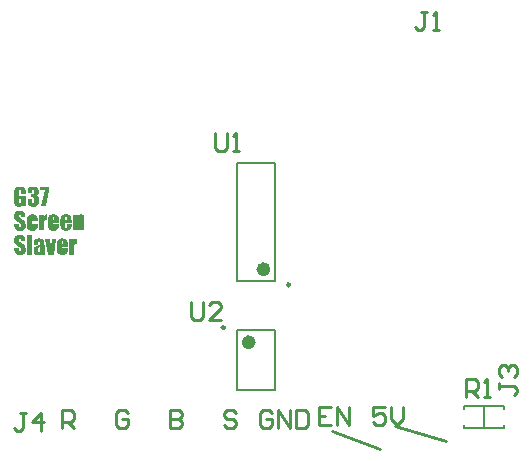
<source format=gto>
G04*
G04 #@! TF.GenerationSoftware,Altium Limited,Altium Designer,20.0.2 (26)*
G04*
G04 Layer_Color=65535*
%FSLAX25Y25*%
%MOIN*%
G70*
G01*
G75*
%ADD10C,0.00984*%
%ADD11C,0.02362*%
%ADD12C,0.01000*%
%ADD13C,0.00787*%
%ADD14C,0.00591*%
G36*
X154581Y314311D02*
X154655Y314301D01*
X154831Y314283D01*
X155025Y314246D01*
X155229Y314190D01*
X155432Y314116D01*
X155626Y314015D01*
X155636D01*
X155645Y314005D01*
X155710Y313959D01*
X155793Y313894D01*
X155895Y313811D01*
X155997Y313700D01*
X156107Y313580D01*
X156191Y313441D01*
X156265Y313293D01*
X156274Y313275D01*
X156283Y313247D01*
X156292Y313219D01*
X156302Y313173D01*
X156311Y313117D01*
X156330Y313062D01*
X156339Y312988D01*
X156357Y312905D01*
X156367Y312812D01*
X156394Y312609D01*
X156404Y312359D01*
X156413Y312081D01*
Y311804D01*
X154729D01*
Y312386D01*
Y312396D01*
Y312414D01*
Y312442D01*
Y312479D01*
Y312572D01*
X154720Y312683D01*
Y312803D01*
X154711Y312914D01*
X154692Y313016D01*
X154683Y313053D01*
X154674Y313080D01*
Y313089D01*
X154665Y313108D01*
X154628Y313154D01*
X154600Y313182D01*
X154563Y313210D01*
X154516Y313219D01*
X154452Y313228D01*
X154424D01*
X154368Y313210D01*
X154295Y313182D01*
X154267Y313145D01*
X154239Y313108D01*
Y313099D01*
X154230Y313080D01*
X154220Y313043D01*
X154211Y312988D01*
X154202Y312905D01*
X154193Y312793D01*
X154183Y312655D01*
Y312488D01*
Y309380D01*
Y309371D01*
Y309362D01*
Y309306D01*
Y309232D01*
X154193Y309140D01*
Y309047D01*
X154211Y308945D01*
X154220Y308862D01*
X154239Y308798D01*
Y308788D01*
X154248Y308779D01*
X154285Y308733D01*
X154359Y308686D01*
X154405Y308677D01*
X154461Y308668D01*
X154489D01*
X154516Y308677D01*
X154553Y308686D01*
X154600Y308705D01*
X154637Y308733D01*
X154674Y308770D01*
X154701Y308816D01*
Y308825D01*
X154711Y308844D01*
X154729Y308890D01*
X154738Y308955D01*
X154757Y309038D01*
X154766Y309140D01*
X154776Y309269D01*
Y309426D01*
Y310204D01*
X154443D01*
Y311184D01*
X156413D01*
Y307715D01*
X155349D01*
X155192Y308178D01*
X155183Y308169D01*
X155164Y308132D01*
X155127Y308076D01*
X155071Y308011D01*
X155007Y307937D01*
X154933Y307854D01*
X154850Y307789D01*
X154757Y307724D01*
X154748Y307715D01*
X154711Y307706D01*
X154655Y307678D01*
X154581Y307650D01*
X154489Y307623D01*
X154387Y307604D01*
X154267Y307586D01*
X154137Y307576D01*
X154063D01*
X153980Y307586D01*
X153878Y307604D01*
X153758Y307623D01*
X153619Y307660D01*
X153481Y307715D01*
X153342Y307780D01*
X153323Y307789D01*
X153277Y307817D01*
X153212Y307863D01*
X153129Y307919D01*
X153046Y307993D01*
X152944Y308085D01*
X152861Y308178D01*
X152778Y308289D01*
X152768Y308307D01*
X152750Y308344D01*
X152713Y308400D01*
X152676Y308483D01*
X152639Y308576D01*
X152602Y308686D01*
X152574Y308807D01*
X152546Y308927D01*
Y308945D01*
X152537Y308992D01*
X152528Y309066D01*
Y309177D01*
X152518Y309315D01*
X152509Y309491D01*
X152500Y309695D01*
Y309926D01*
Y311850D01*
Y311859D01*
Y311887D01*
Y311943D01*
Y311998D01*
Y312081D01*
X152509Y312164D01*
Y312368D01*
X152518Y312581D01*
X152537Y312803D01*
X152565Y313016D01*
X152574Y313108D01*
X152593Y313191D01*
Y313200D01*
X152602Y313210D01*
X152620Y313265D01*
X152648Y313349D01*
X152703Y313450D01*
X152778Y313570D01*
X152879Y313700D01*
X153009Y313839D01*
X153166Y313968D01*
X153175D01*
X153184Y313987D01*
X153212Y314005D01*
X153249Y314024D01*
X153305Y314052D01*
X153360Y314079D01*
X153425Y314107D01*
X153499Y314144D01*
X153675Y314209D01*
X153887Y314264D01*
X154128Y314301D01*
X154396Y314320D01*
X154516D01*
X154581Y314311D01*
D02*
G37*
G36*
X158920Y314301D02*
X159012D01*
X159123Y314283D01*
X159243Y314274D01*
X159363Y314255D01*
X159623Y314199D01*
X159881Y314116D01*
X160002Y314070D01*
X160113Y314005D01*
X160214Y313941D01*
X160298Y313857D01*
X160307Y313848D01*
X160316Y313839D01*
X160335Y313811D01*
X160363Y313774D01*
X160390Y313728D01*
X160427Y313672D01*
X160464Y313608D01*
X160511Y313533D01*
X160547Y313441D01*
X160584Y313349D01*
X160649Y313136D01*
X160696Y312886D01*
X160714Y312747D01*
Y312599D01*
Y312590D01*
Y312572D01*
Y312553D01*
Y312516D01*
X160705Y312414D01*
X160696Y312303D01*
X160677Y312174D01*
X160649Y312044D01*
X160612Y311924D01*
X160557Y311822D01*
X160547Y311813D01*
X160529Y311785D01*
X160492Y311739D01*
X160436Y311674D01*
X160363Y311610D01*
X160279Y311536D01*
X160168Y311452D01*
X160039Y311378D01*
X160057Y311369D01*
X160103Y311360D01*
X160168Y311323D01*
X160242Y311286D01*
X160335Y311230D01*
X160427Y311156D01*
X160511Y311073D01*
X160584Y310971D01*
X160594Y310962D01*
X160603Y310944D01*
X160612Y310916D01*
X160631Y310879D01*
X160640Y310833D01*
X160659Y310768D01*
X160677Y310703D01*
X160696Y310620D01*
X160714Y310527D01*
X160723Y310416D01*
X160742Y310296D01*
X160751Y310157D01*
X160760Y310009D01*
X160769Y309834D01*
Y309648D01*
Y309639D01*
Y309612D01*
Y309575D01*
Y309519D01*
X160760Y309454D01*
Y309380D01*
X160751Y309214D01*
X160723Y309019D01*
X160696Y308825D01*
X160649Y308631D01*
X160594Y308455D01*
X160584Y308437D01*
X160557Y308381D01*
X160520Y308307D01*
X160455Y308215D01*
X160372Y308113D01*
X160261Y308002D01*
X160131Y307900D01*
X159983Y307808D01*
X159974D01*
X159965Y307799D01*
X159937Y307789D01*
X159909Y307771D01*
X159808Y307734D01*
X159687Y307697D01*
X159521Y307660D01*
X159336Y307623D01*
X159123Y307595D01*
X158882Y307586D01*
X158753D01*
X158688Y307595D01*
X158614D01*
X158448Y307613D01*
X158254Y307650D01*
X158050Y307687D01*
X157846Y307752D01*
X157671Y307836D01*
X157661D01*
X157652Y307845D01*
X157597Y307882D01*
X157523Y307937D01*
X157439Y308011D01*
X157338Y308104D01*
X157245Y308215D01*
X157162Y308335D01*
X157097Y308465D01*
Y308474D01*
X157088Y308483D01*
Y308502D01*
X157079Y308539D01*
X157070Y308585D01*
X157060Y308631D01*
X157042Y308696D01*
X157033Y308770D01*
X157023Y308853D01*
X157005Y308945D01*
X156995Y309056D01*
X156986Y309177D01*
X156977Y309306D01*
Y309445D01*
X156968Y309602D01*
Y309769D01*
Y310287D01*
X158577D01*
Y309232D01*
Y309214D01*
Y309168D01*
Y309093D01*
X158587Y309010D01*
Y308918D01*
X158596Y308825D01*
X158605Y308751D01*
X158624Y308696D01*
X158633Y308677D01*
X158670Y308640D01*
X158697Y308622D01*
X158735Y308603D01*
X158790Y308594D01*
X158845Y308585D01*
X158873D01*
X158910Y308594D01*
X158947Y308603D01*
X158984Y308622D01*
X159021Y308640D01*
X159058Y308677D01*
X159086Y308723D01*
Y308733D01*
X159095Y308760D01*
X159105Y308807D01*
X159123Y308872D01*
X159132Y308973D01*
X159142Y309103D01*
Y309177D01*
X159151Y309269D01*
Y309362D01*
Y309473D01*
Y309926D01*
Y309945D01*
Y309991D01*
Y310055D01*
X159142Y310129D01*
X159114Y310305D01*
X159086Y310388D01*
X159058Y310462D01*
Y310472D01*
X159040Y310490D01*
X159021Y310518D01*
X158993Y310555D01*
X158920Y310638D01*
X158864Y310666D01*
X158809Y310694D01*
X158799D01*
X158781Y310703D01*
X158735Y310712D01*
X158670Y310721D01*
X158587Y310731D01*
X158485Y310749D01*
X158346D01*
X158189Y310758D01*
Y311702D01*
X158374D01*
X158494Y311711D01*
X158614D01*
X158725Y311720D01*
X158827Y311730D01*
X158864D01*
X158892Y311739D01*
X158901D01*
X158910Y311748D01*
X158966Y311785D01*
X159040Y311841D01*
X159067Y311887D01*
X159095Y311933D01*
Y311943D01*
X159105Y311961D01*
X159114Y311998D01*
X159132Y312044D01*
X159142Y312109D01*
X159151Y312192D01*
X159160Y312285D01*
Y312396D01*
Y312756D01*
Y312775D01*
Y312812D01*
Y312867D01*
X159151Y312942D01*
X159132Y313080D01*
X159114Y313154D01*
X159086Y313200D01*
Y313210D01*
X159077Y313219D01*
X159030Y313256D01*
X158966Y313293D01*
X158920Y313312D01*
X158836D01*
X158809Y313302D01*
X158772Y313293D01*
X158697Y313265D01*
X158660Y313228D01*
X158633Y313191D01*
Y313182D01*
X158624Y313173D01*
X158614Y313136D01*
X158605Y313089D01*
X158596Y313025D01*
X158587Y312942D01*
X158577Y312840D01*
Y312710D01*
Y312183D01*
X156968D01*
Y312729D01*
Y312738D01*
Y312766D01*
Y312812D01*
X156977Y312877D01*
Y312951D01*
X156986Y313043D01*
X157023Y313228D01*
X157070Y313441D01*
X157143Y313645D01*
X157190Y313746D01*
X157245Y313829D01*
X157310Y313913D01*
X157384Y313978D01*
X157393D01*
X157403Y313996D01*
X157430Y314005D01*
X157467Y314033D01*
X157513Y314052D01*
X157569Y314079D01*
X157634Y314116D01*
X157717Y314144D01*
X157800Y314172D01*
X157902Y314209D01*
X158013Y314236D01*
X158133Y314255D01*
X158263Y314283D01*
X158411Y314292D01*
X158568Y314311D01*
X158845D01*
X158920Y314301D01*
D02*
G37*
G36*
X164201Y312775D02*
X163165Y307715D01*
X161556D01*
X162712Y313025D01*
X161112D01*
Y314190D01*
X164201D01*
Y312775D01*
D02*
G37*
G36*
X174941Y305070D02*
X175033Y305051D01*
X175144Y305033D01*
X175255Y304996D01*
X175366Y304940D01*
X175468Y304875D01*
X175477Y304866D01*
X175514Y304838D01*
X175560Y304802D01*
X175616Y304746D01*
X175671Y304672D01*
X175727Y304589D01*
X175773Y304487D01*
X175810Y304385D01*
Y304376D01*
X175819Y304330D01*
X175838Y304256D01*
X175856Y304154D01*
X175865Y304015D01*
X175884Y303839D01*
X175893Y303636D01*
Y303525D01*
Y303396D01*
Y299677D01*
X174275D01*
Y303340D01*
Y303349D01*
Y303368D01*
Y303396D01*
Y303432D01*
Y303525D01*
Y303636D01*
X174265Y303747D01*
X174256Y303858D01*
X174247Y303951D01*
Y303988D01*
X174238Y304015D01*
Y304025D01*
X174228Y304034D01*
X174200Y304080D01*
X174173Y304099D01*
X174136Y304117D01*
X174090Y304126D01*
X174034Y304135D01*
X174006D01*
X173942Y304117D01*
X173914Y304099D01*
X173877Y304080D01*
X173840Y304043D01*
X173821Y303997D01*
Y303988D01*
X173812Y303969D01*
Y303923D01*
X173803Y303849D01*
X173793Y303756D01*
Y303627D01*
X173784Y303553D01*
Y303460D01*
Y303368D01*
Y303257D01*
Y299677D01*
X172166D01*
Y304977D01*
X173812D01*
X173784Y304478D01*
X173793Y304487D01*
X173812Y304524D01*
X173849Y304579D01*
X173905Y304644D01*
X173969Y304718D01*
X174034Y304792D01*
X174117Y304857D01*
X174210Y304922D01*
X174219Y304931D01*
X174256Y304949D01*
X174302Y304968D01*
X174376Y305005D01*
X174460Y305033D01*
X174561Y305051D01*
X174672Y305070D01*
X174793Y305079D01*
X174866D01*
X174941Y305070D01*
D02*
G37*
G36*
X163443Y303210D02*
X163369D01*
X163295Y303201D01*
X163193Y303192D01*
X163091Y303183D01*
X162980Y303164D01*
X162879Y303127D01*
X162786Y303090D01*
X162777Y303081D01*
X162758Y303072D01*
X162721Y303044D01*
X162675Y303007D01*
X162638Y302952D01*
X162592Y302896D01*
X162564Y302831D01*
X162536Y302748D01*
Y302739D01*
X162527Y302702D01*
X162518Y302637D01*
Y302544D01*
X162508Y302489D01*
Y302415D01*
X162499Y302332D01*
Y302249D01*
X162490Y302147D01*
Y302027D01*
Y301906D01*
Y301767D01*
Y299677D01*
X160871D01*
Y304977D01*
X162481D01*
X162426Y304285D01*
X162425Y304283D01*
Y304274D01*
X162426Y304285D01*
X162444Y304311D01*
X162462Y304348D01*
X162490Y304395D01*
X162573Y304515D01*
X162684Y304663D01*
X162823Y304802D01*
X162999Y304931D01*
X163101Y304987D01*
X163202Y305033D01*
X163322Y305061D01*
X163443Y305079D01*
Y303210D01*
D02*
G37*
G36*
X154489Y306272D02*
X154553D01*
X154701Y306254D01*
X154877Y306226D01*
X155062Y306189D01*
X155256Y306143D01*
X155432Y306069D01*
X155441D01*
X155451Y306060D01*
X155506Y306032D01*
X155589Y305985D01*
X155682Y305921D01*
X155784Y305847D01*
X155886Y305754D01*
X155978Y305652D01*
X156043Y305532D01*
X156052Y305514D01*
X156070Y305468D01*
X156089Y305394D01*
X156126Y305273D01*
X156135Y305199D01*
X156154Y305125D01*
X156163Y305033D01*
X156172Y304931D01*
X156182Y304820D01*
X156191Y304700D01*
X156200Y304570D01*
Y304432D01*
Y304182D01*
X154637D01*
Y304663D01*
Y304681D01*
Y304718D01*
Y304774D01*
X154628Y304838D01*
X154609Y304987D01*
X154590Y305042D01*
X154572Y305088D01*
Y305098D01*
X154563Y305107D01*
X154526Y305144D01*
X154470Y305171D01*
X154424Y305190D01*
X154350D01*
X154295Y305171D01*
X154211Y305135D01*
X154174Y305107D01*
X154147Y305061D01*
Y305051D01*
X154137Y305042D01*
X154128Y305005D01*
X154110Y304968D01*
X154100Y304912D01*
X154082Y304848D01*
X154072Y304774D01*
Y304681D01*
Y304663D01*
Y304626D01*
X154082Y304570D01*
Y304496D01*
X154110Y304339D01*
X154128Y304256D01*
X154156Y304191D01*
X154165Y304182D01*
X154174Y304163D01*
X154202Y304126D01*
X154248Y304080D01*
X154304Y304025D01*
X154387Y303960D01*
X154498Y303886D01*
X154628Y303802D01*
X154637Y303793D01*
X154674Y303775D01*
X154729Y303738D01*
X154813Y303692D01*
X154896Y303636D01*
X154998Y303571D01*
X155229Y303414D01*
X155469Y303238D01*
X155701Y303053D01*
X155802Y302961D01*
X155904Y302877D01*
X155978Y302785D01*
X156043Y302702D01*
Y302693D01*
X156052Y302683D01*
X156070Y302656D01*
X156089Y302619D01*
X156107Y302572D01*
X156135Y302517D01*
X156163Y302452D01*
X156191Y302369D01*
X156219Y302276D01*
X156246Y302174D01*
X156274Y302063D01*
X156292Y301943D01*
X156311Y301804D01*
X156330Y301657D01*
X156339Y301499D01*
Y301324D01*
Y301314D01*
Y301296D01*
Y301259D01*
Y301213D01*
X156330Y301157D01*
Y301083D01*
X156320Y300935D01*
X156302Y300768D01*
X156265Y300602D01*
X156228Y300445D01*
X156172Y300306D01*
X156163Y300288D01*
X156144Y300251D01*
X156098Y300195D01*
X156034Y300121D01*
X155950Y300028D01*
X155839Y299936D01*
X155710Y299844D01*
X155543Y299760D01*
X155534D01*
X155525Y299751D01*
X155497Y299742D01*
X155460Y299723D01*
X155368Y299686D01*
X155238Y299649D01*
X155081Y299612D01*
X154896Y299575D01*
X154692Y299548D01*
X154470Y299538D01*
X154359D01*
X154304Y299548D01*
X154230D01*
X154072Y299566D01*
X153887Y299603D01*
X153702Y299640D01*
X153499Y299705D01*
X153314Y299788D01*
X153305D01*
X153296Y299797D01*
X153240Y299834D01*
X153157Y299890D01*
X153055Y299964D01*
X152953Y300065D01*
X152842Y300177D01*
X152759Y300306D01*
X152685Y300445D01*
Y300454D01*
X152676Y300463D01*
X152666Y300519D01*
X152639Y300611D01*
X152620Y300731D01*
X152593Y300898D01*
X152565Y301092D01*
X152556Y301314D01*
X152546Y301573D01*
Y301999D01*
X154110D01*
Y301203D01*
Y301185D01*
Y301148D01*
Y301083D01*
X154119Y301009D01*
X154128Y300926D01*
X154137Y300852D01*
X154156Y300778D01*
X154174Y300731D01*
X154183Y300713D01*
X154230Y300685D01*
X154304Y300648D01*
X154350Y300639D01*
X154405Y300630D01*
X154433D01*
X154461Y300639D01*
X154498Y300648D01*
X154581Y300685D01*
X154618Y300713D01*
X154655Y300759D01*
Y300768D01*
X154665Y300787D01*
X154683Y300815D01*
X154701Y300861D01*
X154711Y300907D01*
X154729Y300981D01*
X154738Y301055D01*
Y301148D01*
Y301157D01*
Y301175D01*
Y301203D01*
Y301240D01*
X154729Y301342D01*
X154720Y301453D01*
X154701Y301583D01*
X154674Y301703D01*
X154637Y301814D01*
X154609Y301860D01*
X154581Y301897D01*
X154572Y301906D01*
X154544Y301934D01*
X154498Y301980D01*
X154424Y302045D01*
X154322Y302119D01*
X154183Y302221D01*
X154100Y302286D01*
X154008Y302350D01*
X153906Y302415D01*
X153795Y302489D01*
X153786Y302498D01*
X153767Y302507D01*
X153740Y302526D01*
X153693Y302554D01*
X153582Y302628D01*
X153453Y302720D01*
X153314Y302822D01*
X153175Y302915D01*
X153055Y303007D01*
X153009Y303053D01*
X152963Y303090D01*
X152953Y303099D01*
X152926Y303127D01*
X152889Y303164D01*
X152842Y303229D01*
X152796Y303294D01*
X152741Y303386D01*
X152685Y303488D01*
X152629Y303608D01*
X152620Y303627D01*
X152611Y303673D01*
X152593Y303738D01*
X152565Y303839D01*
X152537Y303960D01*
X152518Y304108D01*
X152509Y304274D01*
X152500Y304459D01*
Y304468D01*
Y304496D01*
Y304533D01*
Y304579D01*
X152509Y304644D01*
Y304709D01*
X152528Y304875D01*
X152546Y305051D01*
X152574Y305227D01*
X152620Y305394D01*
X152657Y305477D01*
X152685Y305541D01*
X152694Y305560D01*
X152722Y305597D01*
X152768Y305662D01*
X152833Y305745D01*
X152916Y305828D01*
X153027Y305921D01*
X153147Y306004D01*
X153296Y306087D01*
X153305D01*
X153314Y306097D01*
X153369Y306115D01*
X153462Y306152D01*
X153582Y306189D01*
X153730Y306217D01*
X153906Y306254D01*
X154110Y306272D01*
X154322Y306281D01*
X154433D01*
X154489Y306272D01*
D02*
G37*
G36*
X158716Y305070D02*
X158781D01*
X158938Y305042D01*
X159105Y305014D01*
X159290Y304968D01*
X159465Y304903D01*
X159641Y304811D01*
X159650D01*
X159660Y304802D01*
X159715Y304765D01*
X159789Y304700D01*
X159891Y304626D01*
X159983Y304524D01*
X160085Y304413D01*
X160178Y304274D01*
X160242Y304126D01*
X160251Y304108D01*
X160261Y304080D01*
X160270Y304052D01*
X160289Y303960D01*
X160316Y303830D01*
X160344Y303664D01*
X160372Y303469D01*
X160381Y303238D01*
X160390Y302979D01*
X158864D01*
Y303580D01*
Y303599D01*
Y303636D01*
Y303692D01*
X158855Y303756D01*
X158845Y303904D01*
X158827Y303969D01*
X158809Y304015D01*
Y304025D01*
X158799Y304034D01*
X158762Y304080D01*
X158707Y304117D01*
X158670Y304126D01*
X158624Y304135D01*
X158605D01*
X158549Y304126D01*
X158485Y304089D01*
X158457Y304071D01*
X158439Y304034D01*
Y304025D01*
X158429Y304015D01*
X158420Y303988D01*
Y303941D01*
X158411Y303876D01*
X158402Y303802D01*
X158392Y303701D01*
Y303580D01*
Y301092D01*
Y301083D01*
Y301046D01*
Y300991D01*
X158402Y300935D01*
X158420Y300796D01*
X158439Y300722D01*
X158457Y300667D01*
Y300658D01*
X158475Y300648D01*
X158512Y300602D01*
X158577Y300547D01*
X158624Y300537D01*
X158670Y300528D01*
X158697D01*
X158753Y300547D01*
X158790Y300565D01*
X158827Y300584D01*
X158855Y300621D01*
X158882Y300667D01*
Y300676D01*
X158892Y300694D01*
X158901Y300731D01*
X158920Y300796D01*
X158929Y300870D01*
X158938Y300972D01*
X158947Y301083D01*
Y301231D01*
Y301860D01*
X160390D01*
Y301851D01*
Y301832D01*
Y301795D01*
Y301758D01*
Y301703D01*
X160381Y301638D01*
Y301499D01*
X160372Y301342D01*
X160363Y301185D01*
X160353Y301037D01*
X160335Y300898D01*
Y300889D01*
X160326Y300842D01*
X160307Y300778D01*
X160289Y300704D01*
X160251Y300602D01*
X160205Y300491D01*
X160141Y300371D01*
X160066Y300251D01*
X160057Y300232D01*
X160029Y300195D01*
X159974Y300139D01*
X159909Y300065D01*
X159826Y299982D01*
X159724Y299899D01*
X159613Y299825D01*
X159484Y299751D01*
X159465Y299742D01*
X159419Y299723D01*
X159345Y299695D01*
X159234Y299668D01*
X159105Y299640D01*
X158957Y299612D01*
X158781Y299594D01*
X158587Y299585D01*
X158475D01*
X158420Y299594D01*
X158346D01*
X158198Y299612D01*
X158022Y299640D01*
X157837Y299686D01*
X157661Y299742D01*
X157495Y299816D01*
X157476Y299825D01*
X157430Y299862D01*
X157356Y299908D01*
X157273Y299982D01*
X157181Y300075D01*
X157088Y300186D01*
X157005Y300315D01*
X156931Y300463D01*
Y300472D01*
X156922Y300482D01*
X156912Y300510D01*
X156903Y300547D01*
X156894Y300584D01*
X156885Y300639D01*
X156866Y300704D01*
X156857Y300778D01*
X156820Y300944D01*
X156801Y301148D01*
X156783Y301388D01*
X156773Y301666D01*
Y303173D01*
Y303183D01*
Y303201D01*
Y303238D01*
Y303285D01*
Y303340D01*
X156783Y303405D01*
X156792Y303553D01*
X156801Y303719D01*
X156829Y303886D01*
X156857Y304052D01*
X156903Y304191D01*
X156912Y304209D01*
X156931Y304246D01*
X156968Y304311D01*
X157033Y304395D01*
X157106Y304487D01*
X157208Y304589D01*
X157338Y304700D01*
X157486Y304802D01*
X157495D01*
X157504Y304811D01*
X157532Y304829D01*
X157569Y304848D01*
X157661Y304894D01*
X157791Y304940D01*
X157939Y304996D01*
X158124Y305033D01*
X158337Y305070D01*
X158559Y305079D01*
X158670D01*
X158716Y305070D01*
D02*
G37*
G36*
X169890D02*
X169955D01*
X170112Y305051D01*
X170288Y305014D01*
X170473Y304968D01*
X170658Y304903D01*
X170834Y304820D01*
X170843D01*
X170852Y304811D01*
X170907Y304774D01*
X170982Y304718D01*
X171074Y304635D01*
X171176Y304542D01*
X171287Y304422D01*
X171379Y304283D01*
X171453Y304135D01*
Y304126D01*
X171463Y304117D01*
X171472Y304089D01*
X171481Y304062D01*
X171500Y304015D01*
X171509Y303960D01*
X171546Y303830D01*
X171583Y303655D01*
X171610Y303451D01*
X171629Y303210D01*
X171638Y302942D01*
Y302239D01*
X169557D01*
Y301092D01*
Y301074D01*
Y301037D01*
Y300972D01*
X169566Y300898D01*
Y300824D01*
X169576Y300741D01*
X169585Y300676D01*
X169603Y300630D01*
X169613Y300611D01*
X169650Y300584D01*
X169705Y300547D01*
X169751Y300537D01*
X169798Y300528D01*
X169825D01*
X169853Y300537D01*
X169890Y300547D01*
X169973Y300584D01*
X170010Y300611D01*
X170038Y300658D01*
Y300667D01*
X170047Y300685D01*
X170056Y300722D01*
X170075Y300778D01*
X170084Y300852D01*
X170094Y300944D01*
X170103Y301055D01*
Y301194D01*
Y301897D01*
X171638D01*
Y301499D01*
Y301490D01*
Y301481D01*
Y301453D01*
Y301416D01*
Y301333D01*
X171629Y301222D01*
X171620Y301101D01*
X171610Y300972D01*
X171592Y300852D01*
X171573Y300741D01*
Y300731D01*
X171564Y300694D01*
X171537Y300639D01*
X171509Y300574D01*
X171472Y300491D01*
X171425Y300389D01*
X171361Y300288D01*
X171277Y300177D01*
X171268Y300167D01*
X171240Y300130D01*
X171185Y300075D01*
X171120Y300010D01*
X171037Y299936D01*
X170944Y299862D01*
X170834Y299797D01*
X170704Y299732D01*
X170686Y299723D01*
X170639Y299714D01*
X170565Y299686D01*
X170464Y299658D01*
X170334Y299631D01*
X170186Y299612D01*
X170010Y299594D01*
X169825Y299585D01*
X169742D01*
X169640Y299594D01*
X169520Y299603D01*
X169381Y299622D01*
X169233Y299640D01*
X169076Y299677D01*
X168928Y299723D01*
X168910Y299732D01*
X168863Y299751D01*
X168789Y299788D01*
X168706Y299834D01*
X168604Y299890D01*
X168502Y299955D01*
X168410Y300038D01*
X168317Y300130D01*
X168308Y300139D01*
X168280Y300177D01*
X168244Y300232D01*
X168197Y300297D01*
X168151Y300380D01*
X168105Y300482D01*
X168059Y300584D01*
X168022Y300694D01*
Y300713D01*
X168012Y300750D01*
X167994Y300824D01*
X167984Y300926D01*
X167966Y301055D01*
X167947Y301213D01*
X167938Y301388D01*
Y301601D01*
Y303146D01*
Y303155D01*
Y303173D01*
Y303210D01*
Y303257D01*
X167947Y303322D01*
Y303386D01*
X167966Y303543D01*
X167984Y303719D01*
X168012Y303895D01*
X168059Y304080D01*
X168123Y304237D01*
Y304246D01*
X168132Y304256D01*
X168160Y304302D01*
X168207Y304376D01*
X168271Y304468D01*
X168354Y304570D01*
X168456Y304672D01*
X168586Y304774D01*
X168734Y304857D01*
X168743D01*
X168752Y304866D01*
X168808Y304894D01*
X168900Y304931D01*
X169020Y304968D01*
X169159Y305005D01*
X169326Y305042D01*
X169511Y305070D01*
X169714Y305079D01*
X169825D01*
X169890Y305070D01*
D02*
G37*
G36*
X165709D02*
X165774D01*
X165931Y305051D01*
X166107Y305014D01*
X166292Y304968D01*
X166477Y304903D01*
X166653Y304820D01*
X166662D01*
X166671Y304811D01*
X166727Y304774D01*
X166800Y304718D01*
X166893Y304635D01*
X166995Y304542D01*
X167106Y304422D01*
X167198Y304283D01*
X167272Y304135D01*
Y304126D01*
X167281Y304117D01*
X167291Y304089D01*
X167300Y304062D01*
X167318Y304015D01*
X167328Y303960D01*
X167365Y303830D01*
X167402Y303655D01*
X167429Y303451D01*
X167448Y303210D01*
X167457Y302942D01*
Y302239D01*
X165376D01*
Y301092D01*
Y301074D01*
Y301037D01*
Y300972D01*
X165385Y300898D01*
Y300824D01*
X165394Y300741D01*
X165404Y300676D01*
X165422Y300630D01*
X165431Y300611D01*
X165469Y300584D01*
X165524Y300547D01*
X165570Y300537D01*
X165617Y300528D01*
X165644D01*
X165672Y300537D01*
X165709Y300547D01*
X165792Y300584D01*
X165829Y300611D01*
X165857Y300658D01*
Y300667D01*
X165866Y300685D01*
X165875Y300722D01*
X165894Y300778D01*
X165903Y300852D01*
X165912Y300944D01*
X165922Y301055D01*
Y301194D01*
Y301897D01*
X167457D01*
Y301499D01*
Y301490D01*
Y301481D01*
Y301453D01*
Y301416D01*
Y301333D01*
X167448Y301222D01*
X167439Y301101D01*
X167429Y300972D01*
X167411Y300852D01*
X167393Y300741D01*
Y300731D01*
X167383Y300694D01*
X167356Y300639D01*
X167328Y300574D01*
X167291Y300491D01*
X167245Y300389D01*
X167180Y300288D01*
X167096Y300177D01*
X167087Y300167D01*
X167060Y300130D01*
X167004Y300075D01*
X166939Y300010D01*
X166856Y299936D01*
X166763Y299862D01*
X166653Y299797D01*
X166523Y299732D01*
X166505Y299723D01*
X166458Y299714D01*
X166384Y299686D01*
X166282Y299658D01*
X166153Y299631D01*
X166005Y299612D01*
X165829Y299594D01*
X165644Y299585D01*
X165561D01*
X165459Y299594D01*
X165339Y299603D01*
X165200Y299622D01*
X165052Y299640D01*
X164895Y299677D01*
X164747Y299723D01*
X164728Y299732D01*
X164682Y299751D01*
X164608Y299788D01*
X164525Y299834D01*
X164423Y299890D01*
X164321Y299955D01*
X164229Y300038D01*
X164137Y300130D01*
X164127Y300139D01*
X164100Y300177D01*
X164062Y300232D01*
X164016Y300297D01*
X163970Y300380D01*
X163924Y300482D01*
X163877Y300584D01*
X163840Y300694D01*
Y300713D01*
X163831Y300750D01*
X163813Y300824D01*
X163804Y300926D01*
X163785Y301055D01*
X163767Y301213D01*
X163757Y301388D01*
Y301601D01*
Y303146D01*
Y303155D01*
Y303173D01*
Y303210D01*
Y303257D01*
X163767Y303322D01*
Y303386D01*
X163785Y303543D01*
X163804Y303719D01*
X163831Y303895D01*
X163877Y304080D01*
X163942Y304237D01*
Y304246D01*
X163952Y304256D01*
X163979Y304302D01*
X164025Y304376D01*
X164090Y304468D01*
X164173Y304570D01*
X164275Y304672D01*
X164405Y304774D01*
X164553Y304857D01*
X164562D01*
X164571Y304866D01*
X164627Y304894D01*
X164719Y304931D01*
X164839Y304968D01*
X164978Y305005D01*
X165145Y305042D01*
X165330Y305070D01*
X165533Y305079D01*
X165644D01*
X165709Y305070D01*
D02*
G37*
G36*
X173516Y295172D02*
X173442D01*
X173368Y295163D01*
X173266Y295154D01*
X173164Y295145D01*
X173054Y295126D01*
X172952Y295089D01*
X172859Y295052D01*
X172850Y295043D01*
X172831Y295034D01*
X172794Y295006D01*
X172748Y294969D01*
X172711Y294913D01*
X172665Y294858D01*
X172637Y294793D01*
X172609Y294710D01*
Y294701D01*
X172600Y294664D01*
X172591Y294599D01*
Y294506D01*
X172582Y294451D01*
Y294377D01*
X172573Y294293D01*
Y294210D01*
X172563Y294109D01*
Y293988D01*
Y293868D01*
Y293729D01*
Y291639D01*
X170944D01*
Y296939D01*
X172554D01*
X172499Y296247D01*
X172517Y296273D01*
X172536Y296310D01*
X172563Y296356D01*
X172646Y296477D01*
X172757Y296624D01*
X172896Y296763D01*
X173072Y296893D01*
X173174Y296948D01*
X173275Y296994D01*
X173396Y297022D01*
X173516Y297041D01*
Y295172D01*
D02*
G37*
G36*
X154489Y298234D02*
X154553D01*
X154701Y298216D01*
X154877Y298188D01*
X155062Y298151D01*
X155256Y298105D01*
X155432Y298030D01*
X155441D01*
X155451Y298021D01*
X155506Y297993D01*
X155589Y297947D01*
X155682Y297883D01*
X155784Y297809D01*
X155886Y297716D01*
X155978Y297614D01*
X156043Y297494D01*
X156052Y297476D01*
X156070Y297429D01*
X156089Y297355D01*
X156126Y297235D01*
X156135Y297161D01*
X156154Y297087D01*
X156163Y296994D01*
X156172Y296893D01*
X156182Y296782D01*
X156191Y296661D01*
X156200Y296532D01*
Y296393D01*
Y296144D01*
X154637D01*
Y296624D01*
Y296643D01*
Y296680D01*
Y296736D01*
X154628Y296800D01*
X154609Y296948D01*
X154590Y297004D01*
X154572Y297050D01*
Y297059D01*
X154563Y297069D01*
X154526Y297106D01*
X154470Y297133D01*
X154424Y297152D01*
X154350D01*
X154295Y297133D01*
X154211Y297096D01*
X154174Y297069D01*
X154147Y297022D01*
Y297013D01*
X154137Y297004D01*
X154128Y296967D01*
X154110Y296930D01*
X154100Y296874D01*
X154082Y296810D01*
X154072Y296736D01*
Y296643D01*
Y296624D01*
Y296587D01*
X154082Y296532D01*
Y296458D01*
X154110Y296301D01*
X154128Y296217D01*
X154156Y296153D01*
X154165Y296144D01*
X154174Y296125D01*
X154202Y296088D01*
X154248Y296042D01*
X154304Y295986D01*
X154387Y295921D01*
X154498Y295848D01*
X154628Y295764D01*
X154637Y295755D01*
X154674Y295737D01*
X154729Y295700D01*
X154813Y295653D01*
X154896Y295598D01*
X154998Y295533D01*
X155229Y295376D01*
X155469Y295200D01*
X155701Y295015D01*
X155802Y294922D01*
X155904Y294839D01*
X155978Y294747D01*
X156043Y294664D01*
Y294654D01*
X156052Y294645D01*
X156070Y294617D01*
X156089Y294580D01*
X156107Y294534D01*
X156135Y294479D01*
X156163Y294414D01*
X156191Y294331D01*
X156219Y294238D01*
X156246Y294136D01*
X156274Y294025D01*
X156292Y293905D01*
X156311Y293766D01*
X156330Y293618D01*
X156339Y293461D01*
Y293285D01*
Y293276D01*
Y293257D01*
Y293220D01*
Y293174D01*
X156330Y293119D01*
Y293045D01*
X156320Y292897D01*
X156302Y292730D01*
X156265Y292564D01*
X156228Y292407D01*
X156172Y292268D01*
X156163Y292249D01*
X156144Y292212D01*
X156098Y292157D01*
X156034Y292083D01*
X155950Y291990D01*
X155839Y291898D01*
X155710Y291805D01*
X155543Y291722D01*
X155534D01*
X155525Y291713D01*
X155497Y291704D01*
X155460Y291685D01*
X155368Y291648D01*
X155238Y291611D01*
X155081Y291574D01*
X154896Y291537D01*
X154692Y291509D01*
X154470Y291500D01*
X154359D01*
X154304Y291509D01*
X154230D01*
X154072Y291528D01*
X153887Y291565D01*
X153702Y291602D01*
X153499Y291667D01*
X153314Y291750D01*
X153305D01*
X153296Y291759D01*
X153240Y291796D01*
X153157Y291851D01*
X153055Y291926D01*
X152953Y292027D01*
X152842Y292138D01*
X152759Y292268D01*
X152685Y292407D01*
Y292416D01*
X152676Y292425D01*
X152666Y292480D01*
X152639Y292573D01*
X152620Y292693D01*
X152593Y292860D01*
X152565Y293054D01*
X152556Y293276D01*
X152546Y293535D01*
Y293960D01*
X154110D01*
Y293165D01*
Y293146D01*
Y293109D01*
Y293045D01*
X154119Y292971D01*
X154128Y292887D01*
X154137Y292813D01*
X154156Y292740D01*
X154174Y292693D01*
X154183Y292675D01*
X154230Y292647D01*
X154304Y292610D01*
X154350Y292601D01*
X154405Y292592D01*
X154433D01*
X154461Y292601D01*
X154498Y292610D01*
X154581Y292647D01*
X154618Y292675D01*
X154655Y292721D01*
Y292730D01*
X154665Y292749D01*
X154683Y292776D01*
X154701Y292823D01*
X154711Y292869D01*
X154729Y292943D01*
X154738Y293017D01*
Y293109D01*
Y293119D01*
Y293137D01*
Y293165D01*
Y293202D01*
X154729Y293304D01*
X154720Y293415D01*
X154701Y293544D01*
X154674Y293665D01*
X154637Y293776D01*
X154609Y293822D01*
X154581Y293859D01*
X154572Y293868D01*
X154544Y293896D01*
X154498Y293942D01*
X154424Y294007D01*
X154322Y294081D01*
X154183Y294182D01*
X154100Y294247D01*
X154008Y294312D01*
X153906Y294377D01*
X153795Y294451D01*
X153786Y294460D01*
X153767Y294469D01*
X153740Y294488D01*
X153693Y294515D01*
X153582Y294589D01*
X153453Y294682D01*
X153314Y294784D01*
X153175Y294876D01*
X153055Y294969D01*
X153009Y295015D01*
X152963Y295052D01*
X152953Y295061D01*
X152926Y295089D01*
X152889Y295126D01*
X152842Y295191D01*
X152796Y295255D01*
X152741Y295348D01*
X152685Y295450D01*
X152629Y295570D01*
X152620Y295588D01*
X152611Y295635D01*
X152593Y295700D01*
X152565Y295801D01*
X152537Y295921D01*
X152518Y296070D01*
X152509Y296236D01*
X152500Y296421D01*
Y296430D01*
Y296458D01*
Y296495D01*
Y296541D01*
X152509Y296606D01*
Y296671D01*
X152528Y296837D01*
X152546Y297013D01*
X152574Y297189D01*
X152620Y297355D01*
X152657Y297439D01*
X152685Y297503D01*
X152694Y297522D01*
X152722Y297559D01*
X152768Y297623D01*
X152833Y297707D01*
X152916Y297790D01*
X153027Y297883D01*
X153147Y297966D01*
X153296Y298049D01*
X153305D01*
X153314Y298058D01*
X153369Y298077D01*
X153462Y298114D01*
X153582Y298151D01*
X153730Y298179D01*
X153906Y298216D01*
X154110Y298234D01*
X154322Y298243D01*
X154433D01*
X154489Y298234D01*
D02*
G37*
G36*
X165764Y291639D02*
X163665D01*
X162851Y296939D01*
X164285D01*
X164738Y293063D01*
Y293073D01*
Y293082D01*
X164747Y293119D01*
Y293156D01*
X164756Y293211D01*
Y293285D01*
X164766Y293378D01*
X164775Y293489D01*
X164793Y293618D01*
X164803Y293766D01*
X164821Y293933D01*
X164839Y294127D01*
X164858Y294340D01*
X164876Y294580D01*
X164895Y294848D01*
X164923Y295145D01*
Y295154D01*
Y295191D01*
X164932Y295237D01*
Y295302D01*
X164941Y295385D01*
X164951Y295487D01*
X164960Y295598D01*
X164969Y295718D01*
X164978Y295848D01*
X164997Y295986D01*
X165024Y296291D01*
X165052Y296615D01*
X165080Y296939D01*
X166523D01*
X165764Y291639D01*
D02*
G37*
G36*
X161010Y297031D02*
X161084Y297022D01*
X161269Y297004D01*
X161463Y296967D01*
X161667Y296920D01*
X161861Y296847D01*
X161953Y296800D01*
X162037Y296745D01*
X162046D01*
X162055Y296736D01*
X162101Y296689D01*
X162176Y296634D01*
X162259Y296550D01*
X162342Y296449D01*
X162425Y296319D01*
X162490Y296190D01*
X162536Y296033D01*
Y296023D01*
Y296014D01*
X162546Y295986D01*
X162555Y295949D01*
Y295894D01*
X162564Y295829D01*
X162573Y295755D01*
X162583Y295662D01*
X162592Y295551D01*
X162601Y295422D01*
X162610Y295283D01*
Y295126D01*
X162619Y294941D01*
X162629Y294747D01*
Y294534D01*
Y294293D01*
Y291639D01*
X161056D01*
Y292110D01*
X161047Y292101D01*
X161029Y292064D01*
X161001Y292009D01*
X160954Y291953D01*
X160899Y291879D01*
X160834Y291814D01*
X160751Y291740D01*
X160668Y291685D01*
X160659Y291676D01*
X160631Y291667D01*
X160575Y291639D01*
X160511Y291620D01*
X160427Y291593D01*
X160335Y291565D01*
X160233Y291556D01*
X160113Y291546D01*
X160039D01*
X159956Y291556D01*
X159854Y291574D01*
X159733Y291602D01*
X159604Y291648D01*
X159475Y291704D01*
X159336Y291777D01*
X159317Y291787D01*
X159280Y291824D01*
X159225Y291898D01*
X159197Y291944D01*
X159160Y292000D01*
X159123Y292064D01*
X159095Y292138D01*
X159067Y292221D01*
X159040Y292323D01*
X159021Y292425D01*
X159003Y292545D01*
X158984Y292675D01*
Y292823D01*
Y293257D01*
Y293267D01*
Y293285D01*
Y293313D01*
Y293350D01*
X158993Y293452D01*
X159012Y293581D01*
X159030Y293711D01*
X159058Y293849D01*
X159105Y293970D01*
X159169Y294062D01*
X159178Y294072D01*
X159206Y294099D01*
X159271Y294145D01*
X159354Y294201D01*
X159410Y294238D01*
X159475Y294275D01*
X159548Y294321D01*
X159641Y294368D01*
X159733Y294414D01*
X159845Y294460D01*
X159965Y294506D01*
X160094Y294562D01*
X160103D01*
X160131Y294580D01*
X160168Y294589D01*
X160224Y294617D01*
X160279Y294636D01*
X160353Y294664D01*
X160501Y294728D01*
X160649Y294802D01*
X160788Y294867D01*
X160844Y294904D01*
X160890Y294932D01*
X160927Y294959D01*
X160945Y294978D01*
Y294987D01*
X160954Y294997D01*
X160964Y295034D01*
X160982Y295080D01*
X160992Y295135D01*
X161001Y295209D01*
X161010Y295311D01*
Y295422D01*
Y295431D01*
Y295441D01*
Y295487D01*
Y295561D01*
X161001Y295644D01*
X160992Y295737D01*
X160982Y295829D01*
X160964Y295903D01*
X160945Y295968D01*
Y295977D01*
X160936Y295986D01*
X160899Y296033D01*
X160834Y296079D01*
X160788Y296088D01*
X160742Y296097D01*
X160714D01*
X160659Y296088D01*
X160584Y296051D01*
X160557Y296023D01*
X160538Y295986D01*
Y295977D01*
X160529Y295968D01*
Y295931D01*
X160520Y295884D01*
X160511Y295811D01*
Y295718D01*
X160501Y295588D01*
Y295441D01*
Y294885D01*
X158984D01*
Y295237D01*
Y295246D01*
Y295265D01*
Y295292D01*
Y295339D01*
X158993Y295450D01*
X159003Y295588D01*
X159021Y295746D01*
X159040Y295903D01*
X159077Y296051D01*
X159123Y296190D01*
X159132Y296208D01*
X159151Y296245D01*
X159188Y296310D01*
X159243Y296393D01*
X159327Y296477D01*
X159419Y296578D01*
X159539Y296680D01*
X159687Y296782D01*
X159696D01*
X159706Y296791D01*
X159733Y296810D01*
X159771Y296819D01*
X159863Y296865D01*
X159993Y296911D01*
X160150Y296957D01*
X160344Y297004D01*
X160566Y297031D01*
X160807Y297041D01*
X160936D01*
X161010Y297031D01*
D02*
G37*
G36*
X158485Y291639D02*
X156820D01*
Y298114D01*
X158485D01*
Y291639D01*
D02*
G37*
G36*
X168669Y297031D02*
X168734D01*
X168891Y297013D01*
X169067Y296976D01*
X169252Y296930D01*
X169437Y296865D01*
X169613Y296782D01*
X169622D01*
X169631Y296773D01*
X169686Y296736D01*
X169761Y296680D01*
X169853Y296597D01*
X169955Y296504D01*
X170066Y296384D01*
X170158Y296245D01*
X170232Y296097D01*
Y296088D01*
X170241Y296079D01*
X170251Y296051D01*
X170260Y296023D01*
X170279Y295977D01*
X170288Y295921D01*
X170325Y295792D01*
X170362Y295616D01*
X170389Y295413D01*
X170408Y295172D01*
X170417Y294904D01*
Y294201D01*
X168336D01*
Y293054D01*
Y293036D01*
Y292999D01*
Y292934D01*
X168345Y292860D01*
Y292786D01*
X168354Y292703D01*
X168364Y292638D01*
X168382Y292592D01*
X168392Y292573D01*
X168429Y292545D01*
X168484Y292508D01*
X168530Y292499D01*
X168577Y292490D01*
X168604D01*
X168632Y292499D01*
X168669Y292508D01*
X168752Y292545D01*
X168789Y292573D01*
X168817Y292619D01*
Y292629D01*
X168826Y292647D01*
X168835Y292684D01*
X168854Y292740D01*
X168863Y292813D01*
X168872Y292906D01*
X168882Y293017D01*
Y293156D01*
Y293859D01*
X170417D01*
Y293461D01*
Y293452D01*
Y293443D01*
Y293415D01*
Y293378D01*
Y293295D01*
X170408Y293183D01*
X170399Y293063D01*
X170389Y292934D01*
X170371Y292813D01*
X170352Y292703D01*
Y292693D01*
X170343Y292656D01*
X170316Y292601D01*
X170288Y292536D01*
X170251Y292453D01*
X170204Y292351D01*
X170140Y292249D01*
X170056Y292138D01*
X170047Y292129D01*
X170019Y292092D01*
X169964Y292037D01*
X169899Y291972D01*
X169816Y291898D01*
X169723Y291824D01*
X169613Y291759D01*
X169483Y291694D01*
X169465Y291685D01*
X169418Y291676D01*
X169344Y291648D01*
X169243Y291620D01*
X169113Y291593D01*
X168965Y291574D01*
X168789Y291556D01*
X168604Y291546D01*
X168521D01*
X168419Y291556D01*
X168299Y291565D01*
X168160Y291583D01*
X168012Y291602D01*
X167855Y291639D01*
X167707Y291685D01*
X167689Y291694D01*
X167642Y291713D01*
X167568Y291750D01*
X167485Y291796D01*
X167383Y291851D01*
X167281Y291916D01*
X167189Y292000D01*
X167096Y292092D01*
X167087Y292101D01*
X167060Y292138D01*
X167023Y292194D01*
X166976Y292259D01*
X166930Y292342D01*
X166884Y292443D01*
X166838Y292545D01*
X166800Y292656D01*
Y292675D01*
X166791Y292712D01*
X166773Y292786D01*
X166763Y292887D01*
X166745Y293017D01*
X166727Y293174D01*
X166717Y293350D01*
Y293563D01*
Y295108D01*
Y295117D01*
Y295135D01*
Y295172D01*
Y295218D01*
X166727Y295283D01*
Y295348D01*
X166745Y295505D01*
X166763Y295681D01*
X166791Y295857D01*
X166838Y296042D01*
X166902Y296199D01*
Y296208D01*
X166911Y296217D01*
X166939Y296264D01*
X166985Y296338D01*
X167050Y296430D01*
X167133Y296532D01*
X167235Y296634D01*
X167365Y296736D01*
X167513Y296819D01*
X167522D01*
X167531Y296828D01*
X167587Y296856D01*
X167679Y296893D01*
X167799Y296930D01*
X167938Y296967D01*
X168105Y297004D01*
X168290Y297031D01*
X168493Y297041D01*
X168604D01*
X168669Y297031D01*
D02*
G37*
%LPC*%
G36*
X169798Y304135D02*
X169770D01*
X169714Y304126D01*
X169640Y304089D01*
X169613Y304071D01*
X169594Y304034D01*
Y304025D01*
X169585Y304015D01*
Y303978D01*
X169576Y303923D01*
X169566Y303858D01*
Y303756D01*
X169557Y303636D01*
Y303479D01*
Y303099D01*
X170019D01*
Y303479D01*
Y303488D01*
Y303497D01*
Y303543D01*
Y303618D01*
X170010Y303701D01*
Y303793D01*
X170001Y303876D01*
X169992Y303960D01*
X169973Y304015D01*
Y304025D01*
X169964Y304034D01*
X169936Y304080D01*
X169881Y304117D01*
X169844Y304126D01*
X169798Y304135D01*
D02*
G37*
G36*
X165617D02*
X165589D01*
X165533Y304126D01*
X165459Y304089D01*
X165431Y304071D01*
X165413Y304034D01*
Y304025D01*
X165404Y304015D01*
Y303978D01*
X165394Y303923D01*
X165385Y303858D01*
Y303756D01*
X165376Y303636D01*
Y303479D01*
Y303099D01*
X165839D01*
Y303479D01*
Y303488D01*
Y303497D01*
Y303543D01*
Y303618D01*
X165829Y303701D01*
Y303793D01*
X165820Y303876D01*
X165811Y303960D01*
X165792Y304015D01*
Y304025D01*
X165783Y304034D01*
X165755Y304080D01*
X165700Y304117D01*
X165663Y304126D01*
X165617Y304135D01*
D02*
G37*
G36*
X172499Y296247D02*
X172499Y296245D01*
Y296236D01*
X172499Y296247D01*
D02*
G37*
G36*
X161010Y294155D02*
X160992Y294145D01*
X160945Y294109D01*
X160880Y294053D01*
X160807Y293988D01*
X160732Y293914D01*
X160659Y293831D01*
X160594Y293748D01*
X160557Y293674D01*
Y293665D01*
X160547Y293637D01*
X160538Y293600D01*
X160529Y293535D01*
X160520Y293461D01*
X160511Y293369D01*
X160501Y293257D01*
Y293128D01*
Y293109D01*
Y293063D01*
Y292989D01*
X160511Y292906D01*
Y292823D01*
X160520Y292730D01*
X160529Y292656D01*
X160547Y292601D01*
X160557Y292582D01*
X160594Y292545D01*
X160659Y292508D01*
X160705Y292499D01*
X160760Y292490D01*
X160788D01*
X160844Y292499D01*
X160908Y292527D01*
X160945Y292554D01*
X160964Y292582D01*
Y292592D01*
X160973Y292601D01*
X160982Y292629D01*
X160992Y292675D01*
Y292740D01*
X161001Y292832D01*
X161010Y292934D01*
Y293073D01*
Y294155D01*
D02*
G37*
G36*
X168577Y296097D02*
X168549D01*
X168493Y296088D01*
X168419Y296051D01*
X168392Y296033D01*
X168373Y295995D01*
Y295986D01*
X168364Y295977D01*
Y295940D01*
X168354Y295884D01*
X168345Y295820D01*
Y295718D01*
X168336Y295598D01*
Y295441D01*
Y295061D01*
X168798D01*
Y295441D01*
Y295450D01*
Y295459D01*
Y295505D01*
Y295579D01*
X168789Y295662D01*
Y295755D01*
X168780Y295838D01*
X168771Y295921D01*
X168752Y295977D01*
Y295986D01*
X168743Y295995D01*
X168715Y296042D01*
X168660Y296079D01*
X168623Y296088D01*
X168577Y296097D01*
D02*
G37*
%LPD*%
D10*
X244449Y281653D02*
G03*
X244449Y281653I-492J0D01*
G01*
X222764Y267347D02*
G03*
X222764Y267347I-492J0D01*
G01*
D11*
X236772Y286752D02*
G03*
X236772Y286752I-1181J0D01*
G01*
X231819Y262405D02*
G03*
X231819Y262405I-1181J0D01*
G01*
D12*
X279500Y234500D02*
X296500Y229500D01*
X258500Y233000D02*
X274500Y227000D01*
X289999Y372498D02*
X287999D01*
X288999D01*
Y367500D01*
X287999Y366500D01*
X287000D01*
X286000Y367500D01*
X291998Y366500D02*
X293997D01*
X292998D01*
Y372498D01*
X291998Y371498D01*
X257999Y240998D02*
X254000D01*
Y235000D01*
X257999D01*
X254000Y237999D02*
X255999D01*
X259998Y235000D02*
Y240998D01*
X263997Y235000D01*
Y240998D01*
X275993D02*
X271994D01*
Y237999D01*
X273993Y238999D01*
X274993D01*
X275993Y237999D01*
Y236000D01*
X274993Y235000D01*
X272994D01*
X271994Y236000D01*
X277992Y240998D02*
Y236999D01*
X279992Y235000D01*
X281991Y236999D01*
Y240998D01*
X168500Y234000D02*
Y239998D01*
X171499D01*
X172499Y238998D01*
Y236999D01*
X171499Y235999D01*
X168500D01*
X170499D02*
X172499Y234000D01*
X190493Y238998D02*
X189493Y239998D01*
X187494D01*
X186494Y238998D01*
Y235000D01*
X187494Y234000D01*
X189493D01*
X190493Y235000D01*
Y236999D01*
X188494D01*
X204488Y239998D02*
Y234000D01*
X207487D01*
X208487Y235000D01*
Y235999D01*
X207487Y236999D01*
X204488D01*
X207487D01*
X208487Y237999D01*
Y238998D01*
X207487Y239998D01*
X204488D01*
X226481Y238998D02*
X225482Y239998D01*
X223482D01*
X222482Y238998D01*
Y237999D01*
X223482Y236999D01*
X225482D01*
X226481Y235999D01*
Y235000D01*
X225482Y234000D01*
X223482D01*
X222482Y235000D01*
X238477Y238998D02*
X237478Y239998D01*
X235478D01*
X234479Y238998D01*
Y235000D01*
X235478Y234000D01*
X237478D01*
X238477Y235000D01*
Y236999D01*
X236478D01*
X240477Y234000D02*
Y239998D01*
X244475Y234000D01*
Y239998D01*
X246475D02*
Y234000D01*
X249474D01*
X250473Y235000D01*
Y238998D01*
X249474Y239998D01*
X246475D01*
X303000Y244300D02*
Y250298D01*
X305999D01*
X306999Y249298D01*
Y247299D01*
X305999Y246299D01*
X303000D01*
X304999D02*
X306999Y244300D01*
X308998D02*
X310997D01*
X309998D01*
Y250298D01*
X308998Y249298D01*
X211500Y275998D02*
Y271000D01*
X212500Y270000D01*
X214499D01*
X215499Y271000D01*
Y275998D01*
X221497Y270000D02*
X217498D01*
X221497Y273999D01*
Y274998D01*
X220497Y275998D01*
X218498D01*
X217498Y274998D01*
X156499Y238998D02*
X154499D01*
X155499D01*
Y234000D01*
X154499Y233000D01*
X153500D01*
X152500Y234000D01*
X161497Y233000D02*
Y238998D01*
X158498Y235999D01*
X162497D01*
X314002Y248999D02*
Y246999D01*
Y247999D01*
X319000D01*
X320000Y246999D01*
Y246000D01*
X319000Y245000D01*
X315002Y250998D02*
X314002Y251998D01*
Y253997D01*
X315002Y254997D01*
X316001D01*
X317001Y253997D01*
Y252997D01*
Y253997D01*
X318001Y254997D01*
X319000D01*
X320000Y253997D01*
Y251998D01*
X319000Y250998D01*
X219600Y332298D02*
Y327300D01*
X220600Y326300D01*
X222599D01*
X223599Y327300D01*
Y332298D01*
X225598Y326300D02*
X227597D01*
X226598D01*
Y332298D01*
X225598Y331298D01*
D13*
X226929Y322185D02*
X239528D01*
Y282815D02*
Y322185D01*
X226929Y282815D02*
X239528D01*
X226929D02*
Y322185D01*
X226701Y266343D02*
X239299D01*
Y246657D02*
Y266343D01*
X226701Y246657D02*
X239299D01*
X226701D02*
Y266343D01*
D14*
X315693Y240256D02*
Y241043D01*
Y233957D02*
Y234744D01*
X309000Y233957D02*
Y241043D01*
X302307D02*
X315693D01*
X302307Y240256D02*
Y241043D01*
Y233957D02*
X315693D01*
X302307D02*
Y234744D01*
M02*

</source>
